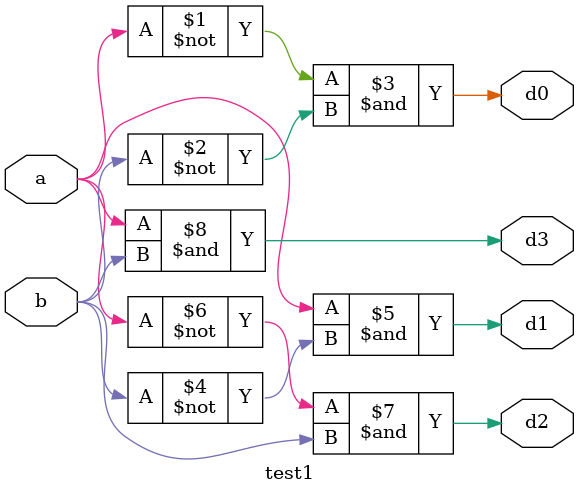
<source format=v>
module test1(a, b, d0, d1, d2, d3);

input a, b;
output d0, d1, d2, d3;
and g1(d0, ~a, ~b);
and g2(d1, a, ~b);
and g3(d2, ~a, b);
and g4(d3, a, b);

endmodule
</source>
